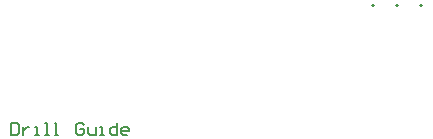
<source format=gbr>
G04 Layer_Color=128*
%FSLAX43Y43*%
%MOMM*%
%TF.FileFunction,Drillmap*%
%TF.Part,Single*%
G01*
G75*
%TA.AperFunction,NonConductor*%
%ADD11C,0.150*%
%ADD18C,0.127*%
D11*
X-10537Y-22383D02*
X-10870D01*
X-11037Y-22216D01*
Y-21883D01*
X-10870Y-21717D01*
X-10537D01*
X-10370Y-21883D01*
Y-22050D01*
X-11037D01*
X-11370Y-22383D02*
X-11870D01*
X-12036Y-22216D01*
Y-21883D01*
X-11870Y-21717D01*
X-11370D01*
Y-21383D02*
Y-22383D01*
X-12536D02*
X-12703D01*
Y-21717D01*
X-12869D01*
X-13203D02*
Y-22383D01*
X-13702D01*
X-13869Y-22216D01*
Y-21717D01*
X-14202Y-21883D02*
X-14536D01*
X-14202D02*
Y-22216D01*
X-14369Y-22383D01*
X-14702D01*
X-14869Y-22216D01*
Y-21550D01*
X-14702Y-21383D01*
X-14369D01*
X-14202Y-21550D01*
X-12869Y-22383D02*
X-12536D01*
X-16368D02*
X-16535D01*
Y-21383D01*
X-16702D01*
X-17368D02*
X-17535D01*
X-17368D02*
Y-22383D01*
X-17201D01*
X-17535D01*
X-18034D02*
X-18201D01*
Y-21717D01*
X-18368D01*
Y-22383D02*
X-18034D01*
X-16702D02*
X-16368D01*
X-19367D02*
Y-22050D01*
X-19201Y-21883D01*
X-19034Y-21717D01*
X-18867D01*
X-19367D02*
Y-22383D01*
X-19867D02*
X-19701Y-22216D01*
Y-21550D01*
X-19867Y-21383D01*
X-20367D01*
Y-22383D01*
X-19867D01*
D18*
X14347Y-11501D02*
Y-11301D01*
X14247Y-11401D02*
X14447D01*
X12400D02*
X12200D01*
X12300Y-11301D02*
Y-11501D01*
X10282D02*
Y-11301D01*
X10182Y-11401D02*
X10382D01*
%TF.MD5,849832041500a29ec49830bff358cf3d*%
M02*

</source>
